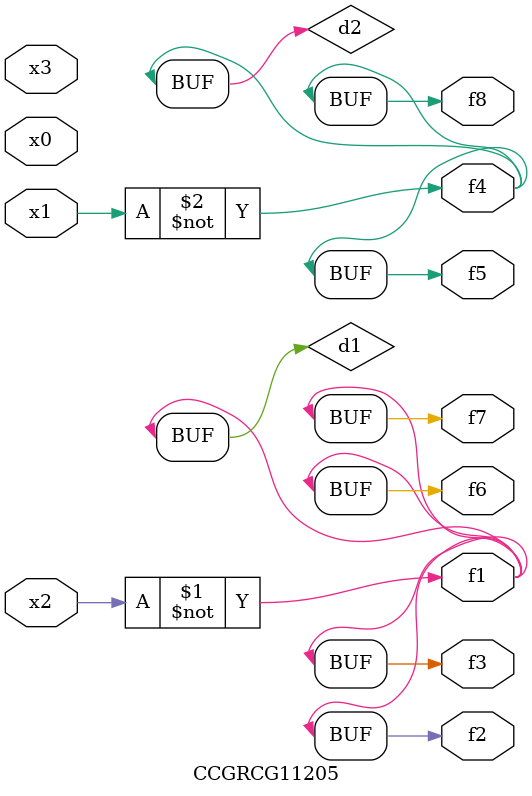
<source format=v>
module CCGRCG11205(
	input x0, x1, x2, x3,
	output f1, f2, f3, f4, f5, f6, f7, f8
);

	wire d1, d2;

	xnor (d1, x2);
	not (d2, x1);
	assign f1 = d1;
	assign f2 = d1;
	assign f3 = d1;
	assign f4 = d2;
	assign f5 = d2;
	assign f6 = d1;
	assign f7 = d1;
	assign f8 = d2;
endmodule

</source>
